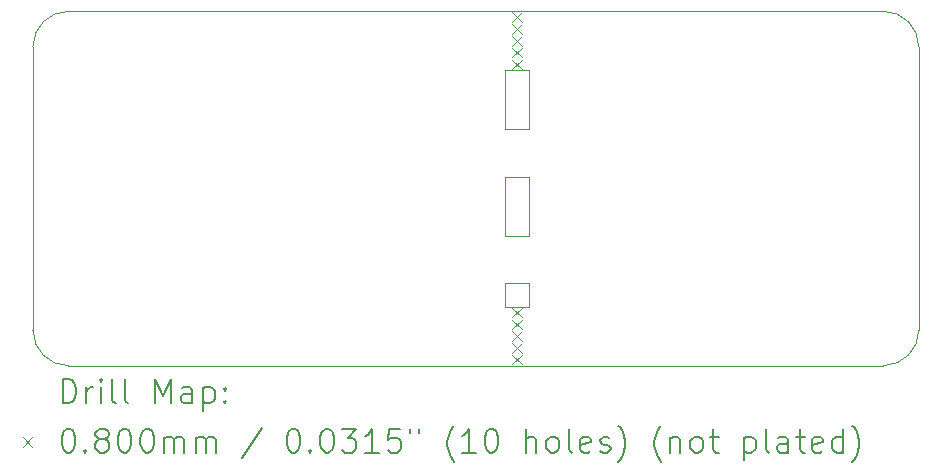
<source format=gbr>
%FSLAX45Y45*%
G04 Gerber Fmt 4.5, Leading zero omitted, Abs format (unit mm)*
G04 Created by KiCad (PCBNEW 6.0.0) date 2022-01-11 02:50:17*
%MOMM*%
%LPD*%
G01*
G04 APERTURE LIST*
%TA.AperFunction,Profile*%
%ADD10C,0.100000*%
%TD*%
%ADD11C,0.200000*%
%ADD12C,0.080000*%
G04 APERTURE END LIST*
D10*
X9200000Y-5000000D02*
X12200000Y-5000000D01*
X12200000Y-8000000D02*
G75*
G03*
X12500000Y-7700000I0J300000D01*
G01*
X5000000Y-7700000D02*
G75*
G03*
X5300000Y-8000000I300000J0D01*
G01*
X12500000Y-5300000D02*
X12500000Y-7700000D01*
X9200000Y-6400000D02*
X9200000Y-6900000D01*
X9000000Y-6900000D02*
X9000000Y-6400000D01*
X9000000Y-7300000D02*
X9000000Y-7500000D01*
X9000000Y-7500000D02*
X9200000Y-7500000D01*
X5300000Y-5000000D02*
X9200000Y-5000000D01*
X9000000Y-7300000D02*
X9200000Y-7300000D01*
X9200000Y-5500000D02*
X9200000Y-6000000D01*
X5300000Y-5000000D02*
G75*
G03*
X5000000Y-5300000I0J-300000D01*
G01*
X9200000Y-6900000D02*
X9000000Y-6900000D01*
X9200000Y-5500000D02*
X9000000Y-5500000D01*
X12200000Y-8000000D02*
X9000000Y-8000000D01*
X9000000Y-8000000D02*
X5300000Y-8000000D01*
X9000000Y-6000000D02*
X9200000Y-6000000D01*
X5000000Y-7700000D02*
X5000000Y-5300000D01*
X9000000Y-6400000D02*
X9200000Y-6400000D01*
X12500000Y-5300000D02*
G75*
G03*
X12200000Y-5000000I-300000J0D01*
G01*
X9000000Y-5500000D02*
X9000000Y-6000000D01*
X9200000Y-7300000D02*
X9200000Y-7500000D01*
D11*
D12*
X9060000Y-5010000D02*
X9140000Y-5090000D01*
X9140000Y-5010000D02*
X9060000Y-5090000D01*
X9060000Y-5110000D02*
X9140000Y-5190000D01*
X9140000Y-5110000D02*
X9060000Y-5190000D01*
X9060000Y-5210000D02*
X9140000Y-5290000D01*
X9140000Y-5210000D02*
X9060000Y-5290000D01*
X9060000Y-5310000D02*
X9140000Y-5390000D01*
X9140000Y-5310000D02*
X9060000Y-5390000D01*
X9060000Y-5410000D02*
X9140000Y-5490000D01*
X9140000Y-5410000D02*
X9060000Y-5490000D01*
X9060000Y-7510000D02*
X9140000Y-7590000D01*
X9140000Y-7510000D02*
X9060000Y-7590000D01*
X9060000Y-7610000D02*
X9140000Y-7690000D01*
X9140000Y-7610000D02*
X9060000Y-7690000D01*
X9060000Y-7710000D02*
X9140000Y-7790000D01*
X9140000Y-7710000D02*
X9060000Y-7790000D01*
X9060000Y-7810000D02*
X9140000Y-7890000D01*
X9140000Y-7810000D02*
X9060000Y-7890000D01*
X9060000Y-7910000D02*
X9140000Y-7990000D01*
X9140000Y-7910000D02*
X9060000Y-7990000D01*
D11*
X5252619Y-8315476D02*
X5252619Y-8115476D01*
X5300238Y-8115476D01*
X5328810Y-8125000D01*
X5347857Y-8144048D01*
X5357381Y-8163095D01*
X5366905Y-8201190D01*
X5366905Y-8229762D01*
X5357381Y-8267857D01*
X5347857Y-8286905D01*
X5328810Y-8305952D01*
X5300238Y-8315476D01*
X5252619Y-8315476D01*
X5452619Y-8315476D02*
X5452619Y-8182143D01*
X5452619Y-8220238D02*
X5462143Y-8201190D01*
X5471667Y-8191667D01*
X5490714Y-8182143D01*
X5509762Y-8182143D01*
X5576429Y-8315476D02*
X5576429Y-8182143D01*
X5576429Y-8115476D02*
X5566905Y-8125000D01*
X5576429Y-8134524D01*
X5585952Y-8125000D01*
X5576429Y-8115476D01*
X5576429Y-8134524D01*
X5700238Y-8315476D02*
X5681190Y-8305952D01*
X5671667Y-8286905D01*
X5671667Y-8115476D01*
X5805000Y-8315476D02*
X5785952Y-8305952D01*
X5776428Y-8286905D01*
X5776428Y-8115476D01*
X6033571Y-8315476D02*
X6033571Y-8115476D01*
X6100238Y-8258333D01*
X6166905Y-8115476D01*
X6166905Y-8315476D01*
X6347857Y-8315476D02*
X6347857Y-8210714D01*
X6338333Y-8191667D01*
X6319286Y-8182143D01*
X6281190Y-8182143D01*
X6262143Y-8191667D01*
X6347857Y-8305952D02*
X6328809Y-8315476D01*
X6281190Y-8315476D01*
X6262143Y-8305952D01*
X6252619Y-8286905D01*
X6252619Y-8267857D01*
X6262143Y-8248809D01*
X6281190Y-8239286D01*
X6328809Y-8239286D01*
X6347857Y-8229762D01*
X6443095Y-8182143D02*
X6443095Y-8382143D01*
X6443095Y-8191667D02*
X6462143Y-8182143D01*
X6500238Y-8182143D01*
X6519286Y-8191667D01*
X6528809Y-8201190D01*
X6538333Y-8220238D01*
X6538333Y-8277381D01*
X6528809Y-8296428D01*
X6519286Y-8305952D01*
X6500238Y-8315476D01*
X6462143Y-8315476D01*
X6443095Y-8305952D01*
X6624048Y-8296428D02*
X6633571Y-8305952D01*
X6624048Y-8315476D01*
X6614524Y-8305952D01*
X6624048Y-8296428D01*
X6624048Y-8315476D01*
X6624048Y-8191667D02*
X6633571Y-8201190D01*
X6624048Y-8210714D01*
X6614524Y-8201190D01*
X6624048Y-8191667D01*
X6624048Y-8210714D01*
D12*
X4915000Y-8605000D02*
X4995000Y-8685000D01*
X4995000Y-8605000D02*
X4915000Y-8685000D01*
D11*
X5290714Y-8535476D02*
X5309762Y-8535476D01*
X5328810Y-8545000D01*
X5338333Y-8554524D01*
X5347857Y-8573571D01*
X5357381Y-8611667D01*
X5357381Y-8659286D01*
X5347857Y-8697381D01*
X5338333Y-8716429D01*
X5328810Y-8725952D01*
X5309762Y-8735476D01*
X5290714Y-8735476D01*
X5271667Y-8725952D01*
X5262143Y-8716429D01*
X5252619Y-8697381D01*
X5243095Y-8659286D01*
X5243095Y-8611667D01*
X5252619Y-8573571D01*
X5262143Y-8554524D01*
X5271667Y-8545000D01*
X5290714Y-8535476D01*
X5443095Y-8716429D02*
X5452619Y-8725952D01*
X5443095Y-8735476D01*
X5433571Y-8725952D01*
X5443095Y-8716429D01*
X5443095Y-8735476D01*
X5566905Y-8621190D02*
X5547857Y-8611667D01*
X5538333Y-8602143D01*
X5528810Y-8583095D01*
X5528810Y-8573571D01*
X5538333Y-8554524D01*
X5547857Y-8545000D01*
X5566905Y-8535476D01*
X5605000Y-8535476D01*
X5624048Y-8545000D01*
X5633571Y-8554524D01*
X5643095Y-8573571D01*
X5643095Y-8583095D01*
X5633571Y-8602143D01*
X5624048Y-8611667D01*
X5605000Y-8621190D01*
X5566905Y-8621190D01*
X5547857Y-8630714D01*
X5538333Y-8640238D01*
X5528810Y-8659286D01*
X5528810Y-8697381D01*
X5538333Y-8716429D01*
X5547857Y-8725952D01*
X5566905Y-8735476D01*
X5605000Y-8735476D01*
X5624048Y-8725952D01*
X5633571Y-8716429D01*
X5643095Y-8697381D01*
X5643095Y-8659286D01*
X5633571Y-8640238D01*
X5624048Y-8630714D01*
X5605000Y-8621190D01*
X5766905Y-8535476D02*
X5785952Y-8535476D01*
X5805000Y-8545000D01*
X5814524Y-8554524D01*
X5824048Y-8573571D01*
X5833571Y-8611667D01*
X5833571Y-8659286D01*
X5824048Y-8697381D01*
X5814524Y-8716429D01*
X5805000Y-8725952D01*
X5785952Y-8735476D01*
X5766905Y-8735476D01*
X5747857Y-8725952D01*
X5738333Y-8716429D01*
X5728809Y-8697381D01*
X5719286Y-8659286D01*
X5719286Y-8611667D01*
X5728809Y-8573571D01*
X5738333Y-8554524D01*
X5747857Y-8545000D01*
X5766905Y-8535476D01*
X5957381Y-8535476D02*
X5976428Y-8535476D01*
X5995476Y-8545000D01*
X6005000Y-8554524D01*
X6014524Y-8573571D01*
X6024048Y-8611667D01*
X6024048Y-8659286D01*
X6014524Y-8697381D01*
X6005000Y-8716429D01*
X5995476Y-8725952D01*
X5976428Y-8735476D01*
X5957381Y-8735476D01*
X5938333Y-8725952D01*
X5928809Y-8716429D01*
X5919286Y-8697381D01*
X5909762Y-8659286D01*
X5909762Y-8611667D01*
X5919286Y-8573571D01*
X5928809Y-8554524D01*
X5938333Y-8545000D01*
X5957381Y-8535476D01*
X6109762Y-8735476D02*
X6109762Y-8602143D01*
X6109762Y-8621190D02*
X6119286Y-8611667D01*
X6138333Y-8602143D01*
X6166905Y-8602143D01*
X6185952Y-8611667D01*
X6195476Y-8630714D01*
X6195476Y-8735476D01*
X6195476Y-8630714D02*
X6205000Y-8611667D01*
X6224048Y-8602143D01*
X6252619Y-8602143D01*
X6271667Y-8611667D01*
X6281190Y-8630714D01*
X6281190Y-8735476D01*
X6376428Y-8735476D02*
X6376428Y-8602143D01*
X6376428Y-8621190D02*
X6385952Y-8611667D01*
X6405000Y-8602143D01*
X6433571Y-8602143D01*
X6452619Y-8611667D01*
X6462143Y-8630714D01*
X6462143Y-8735476D01*
X6462143Y-8630714D02*
X6471667Y-8611667D01*
X6490714Y-8602143D01*
X6519286Y-8602143D01*
X6538333Y-8611667D01*
X6547857Y-8630714D01*
X6547857Y-8735476D01*
X6938333Y-8525952D02*
X6766905Y-8783095D01*
X7195476Y-8535476D02*
X7214524Y-8535476D01*
X7233571Y-8545000D01*
X7243095Y-8554524D01*
X7252619Y-8573571D01*
X7262143Y-8611667D01*
X7262143Y-8659286D01*
X7252619Y-8697381D01*
X7243095Y-8716429D01*
X7233571Y-8725952D01*
X7214524Y-8735476D01*
X7195476Y-8735476D01*
X7176428Y-8725952D01*
X7166905Y-8716429D01*
X7157381Y-8697381D01*
X7147857Y-8659286D01*
X7147857Y-8611667D01*
X7157381Y-8573571D01*
X7166905Y-8554524D01*
X7176428Y-8545000D01*
X7195476Y-8535476D01*
X7347857Y-8716429D02*
X7357381Y-8725952D01*
X7347857Y-8735476D01*
X7338333Y-8725952D01*
X7347857Y-8716429D01*
X7347857Y-8735476D01*
X7481190Y-8535476D02*
X7500238Y-8535476D01*
X7519286Y-8545000D01*
X7528809Y-8554524D01*
X7538333Y-8573571D01*
X7547857Y-8611667D01*
X7547857Y-8659286D01*
X7538333Y-8697381D01*
X7528809Y-8716429D01*
X7519286Y-8725952D01*
X7500238Y-8735476D01*
X7481190Y-8735476D01*
X7462143Y-8725952D01*
X7452619Y-8716429D01*
X7443095Y-8697381D01*
X7433571Y-8659286D01*
X7433571Y-8611667D01*
X7443095Y-8573571D01*
X7452619Y-8554524D01*
X7462143Y-8545000D01*
X7481190Y-8535476D01*
X7614524Y-8535476D02*
X7738333Y-8535476D01*
X7671667Y-8611667D01*
X7700238Y-8611667D01*
X7719286Y-8621190D01*
X7728809Y-8630714D01*
X7738333Y-8649762D01*
X7738333Y-8697381D01*
X7728809Y-8716429D01*
X7719286Y-8725952D01*
X7700238Y-8735476D01*
X7643095Y-8735476D01*
X7624048Y-8725952D01*
X7614524Y-8716429D01*
X7928809Y-8735476D02*
X7814524Y-8735476D01*
X7871667Y-8735476D02*
X7871667Y-8535476D01*
X7852619Y-8564048D01*
X7833571Y-8583095D01*
X7814524Y-8592619D01*
X8109762Y-8535476D02*
X8014524Y-8535476D01*
X8005000Y-8630714D01*
X8014524Y-8621190D01*
X8033571Y-8611667D01*
X8081190Y-8611667D01*
X8100238Y-8621190D01*
X8109762Y-8630714D01*
X8119286Y-8649762D01*
X8119286Y-8697381D01*
X8109762Y-8716429D01*
X8100238Y-8725952D01*
X8081190Y-8735476D01*
X8033571Y-8735476D01*
X8014524Y-8725952D01*
X8005000Y-8716429D01*
X8195476Y-8535476D02*
X8195476Y-8573571D01*
X8271667Y-8535476D02*
X8271667Y-8573571D01*
X8566905Y-8811667D02*
X8557381Y-8802143D01*
X8538333Y-8773571D01*
X8528810Y-8754524D01*
X8519286Y-8725952D01*
X8509762Y-8678333D01*
X8509762Y-8640238D01*
X8519286Y-8592619D01*
X8528810Y-8564048D01*
X8538333Y-8545000D01*
X8557381Y-8516429D01*
X8566905Y-8506905D01*
X8747857Y-8735476D02*
X8633571Y-8735476D01*
X8690714Y-8735476D02*
X8690714Y-8535476D01*
X8671667Y-8564048D01*
X8652619Y-8583095D01*
X8633571Y-8592619D01*
X8871667Y-8535476D02*
X8890714Y-8535476D01*
X8909762Y-8545000D01*
X8919286Y-8554524D01*
X8928810Y-8573571D01*
X8938333Y-8611667D01*
X8938333Y-8659286D01*
X8928810Y-8697381D01*
X8919286Y-8716429D01*
X8909762Y-8725952D01*
X8890714Y-8735476D01*
X8871667Y-8735476D01*
X8852619Y-8725952D01*
X8843095Y-8716429D01*
X8833571Y-8697381D01*
X8824048Y-8659286D01*
X8824048Y-8611667D01*
X8833571Y-8573571D01*
X8843095Y-8554524D01*
X8852619Y-8545000D01*
X8871667Y-8535476D01*
X9176429Y-8735476D02*
X9176429Y-8535476D01*
X9262143Y-8735476D02*
X9262143Y-8630714D01*
X9252619Y-8611667D01*
X9233571Y-8602143D01*
X9205000Y-8602143D01*
X9185952Y-8611667D01*
X9176429Y-8621190D01*
X9385952Y-8735476D02*
X9366905Y-8725952D01*
X9357381Y-8716429D01*
X9347857Y-8697381D01*
X9347857Y-8640238D01*
X9357381Y-8621190D01*
X9366905Y-8611667D01*
X9385952Y-8602143D01*
X9414524Y-8602143D01*
X9433571Y-8611667D01*
X9443095Y-8621190D01*
X9452619Y-8640238D01*
X9452619Y-8697381D01*
X9443095Y-8716429D01*
X9433571Y-8725952D01*
X9414524Y-8735476D01*
X9385952Y-8735476D01*
X9566905Y-8735476D02*
X9547857Y-8725952D01*
X9538333Y-8706905D01*
X9538333Y-8535476D01*
X9719286Y-8725952D02*
X9700238Y-8735476D01*
X9662143Y-8735476D01*
X9643095Y-8725952D01*
X9633571Y-8706905D01*
X9633571Y-8630714D01*
X9643095Y-8611667D01*
X9662143Y-8602143D01*
X9700238Y-8602143D01*
X9719286Y-8611667D01*
X9728810Y-8630714D01*
X9728810Y-8649762D01*
X9633571Y-8668810D01*
X9805000Y-8725952D02*
X9824048Y-8735476D01*
X9862143Y-8735476D01*
X9881190Y-8725952D01*
X9890714Y-8706905D01*
X9890714Y-8697381D01*
X9881190Y-8678333D01*
X9862143Y-8668810D01*
X9833571Y-8668810D01*
X9814524Y-8659286D01*
X9805000Y-8640238D01*
X9805000Y-8630714D01*
X9814524Y-8611667D01*
X9833571Y-8602143D01*
X9862143Y-8602143D01*
X9881190Y-8611667D01*
X9957381Y-8811667D02*
X9966905Y-8802143D01*
X9985952Y-8773571D01*
X9995476Y-8754524D01*
X10005000Y-8725952D01*
X10014524Y-8678333D01*
X10014524Y-8640238D01*
X10005000Y-8592619D01*
X9995476Y-8564048D01*
X9985952Y-8545000D01*
X9966905Y-8516429D01*
X9957381Y-8506905D01*
X10319286Y-8811667D02*
X10309762Y-8802143D01*
X10290714Y-8773571D01*
X10281190Y-8754524D01*
X10271667Y-8725952D01*
X10262143Y-8678333D01*
X10262143Y-8640238D01*
X10271667Y-8592619D01*
X10281190Y-8564048D01*
X10290714Y-8545000D01*
X10309762Y-8516429D01*
X10319286Y-8506905D01*
X10395476Y-8602143D02*
X10395476Y-8735476D01*
X10395476Y-8621190D02*
X10405000Y-8611667D01*
X10424048Y-8602143D01*
X10452619Y-8602143D01*
X10471667Y-8611667D01*
X10481190Y-8630714D01*
X10481190Y-8735476D01*
X10605000Y-8735476D02*
X10585952Y-8725952D01*
X10576429Y-8716429D01*
X10566905Y-8697381D01*
X10566905Y-8640238D01*
X10576429Y-8621190D01*
X10585952Y-8611667D01*
X10605000Y-8602143D01*
X10633571Y-8602143D01*
X10652619Y-8611667D01*
X10662143Y-8621190D01*
X10671667Y-8640238D01*
X10671667Y-8697381D01*
X10662143Y-8716429D01*
X10652619Y-8725952D01*
X10633571Y-8735476D01*
X10605000Y-8735476D01*
X10728810Y-8602143D02*
X10805000Y-8602143D01*
X10757381Y-8535476D02*
X10757381Y-8706905D01*
X10766905Y-8725952D01*
X10785952Y-8735476D01*
X10805000Y-8735476D01*
X11024048Y-8602143D02*
X11024048Y-8802143D01*
X11024048Y-8611667D02*
X11043095Y-8602143D01*
X11081190Y-8602143D01*
X11100238Y-8611667D01*
X11109762Y-8621190D01*
X11119286Y-8640238D01*
X11119286Y-8697381D01*
X11109762Y-8716429D01*
X11100238Y-8725952D01*
X11081190Y-8735476D01*
X11043095Y-8735476D01*
X11024048Y-8725952D01*
X11233571Y-8735476D02*
X11214524Y-8725952D01*
X11205000Y-8706905D01*
X11205000Y-8535476D01*
X11395476Y-8735476D02*
X11395476Y-8630714D01*
X11385952Y-8611667D01*
X11366905Y-8602143D01*
X11328809Y-8602143D01*
X11309762Y-8611667D01*
X11395476Y-8725952D02*
X11376428Y-8735476D01*
X11328809Y-8735476D01*
X11309762Y-8725952D01*
X11300238Y-8706905D01*
X11300238Y-8687857D01*
X11309762Y-8668810D01*
X11328809Y-8659286D01*
X11376428Y-8659286D01*
X11395476Y-8649762D01*
X11462143Y-8602143D02*
X11538333Y-8602143D01*
X11490714Y-8535476D02*
X11490714Y-8706905D01*
X11500238Y-8725952D01*
X11519286Y-8735476D01*
X11538333Y-8735476D01*
X11681190Y-8725952D02*
X11662143Y-8735476D01*
X11624048Y-8735476D01*
X11605000Y-8725952D01*
X11595476Y-8706905D01*
X11595476Y-8630714D01*
X11605000Y-8611667D01*
X11624048Y-8602143D01*
X11662143Y-8602143D01*
X11681190Y-8611667D01*
X11690714Y-8630714D01*
X11690714Y-8649762D01*
X11595476Y-8668810D01*
X11862143Y-8735476D02*
X11862143Y-8535476D01*
X11862143Y-8725952D02*
X11843095Y-8735476D01*
X11805000Y-8735476D01*
X11785952Y-8725952D01*
X11776428Y-8716429D01*
X11766905Y-8697381D01*
X11766905Y-8640238D01*
X11776428Y-8621190D01*
X11785952Y-8611667D01*
X11805000Y-8602143D01*
X11843095Y-8602143D01*
X11862143Y-8611667D01*
X11938333Y-8811667D02*
X11947857Y-8802143D01*
X11966905Y-8773571D01*
X11976428Y-8754524D01*
X11985952Y-8725952D01*
X11995476Y-8678333D01*
X11995476Y-8640238D01*
X11985952Y-8592619D01*
X11976428Y-8564048D01*
X11966905Y-8545000D01*
X11947857Y-8516429D01*
X11938333Y-8506905D01*
M02*

</source>
